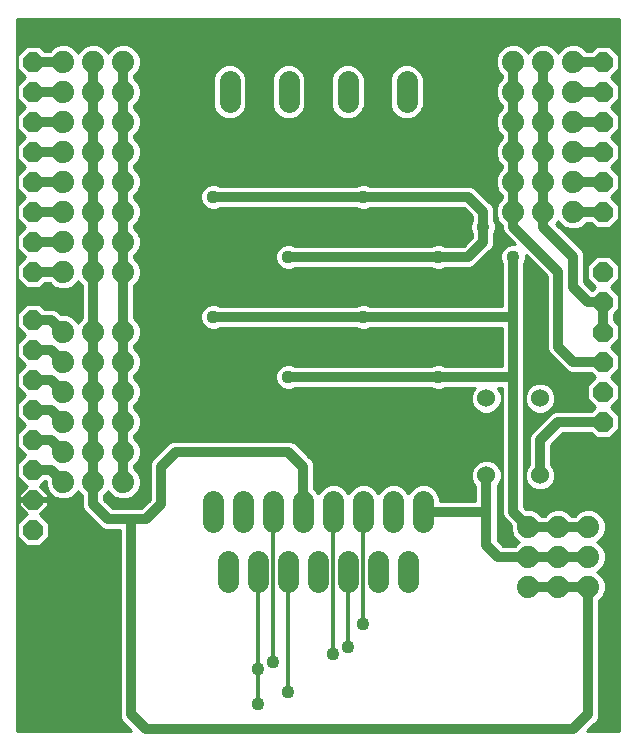
<source format=gbl>
G75*
%MOIN*%
%OFA0B0*%
%FSLAX24Y24*%
%IPPOS*%
%LPD*%
%AMOC8*
5,1,8,0,0,1.08239X$1,22.5*
%
%ADD10OC8,0.0660*%
%ADD11C,0.0709*%
%ADD12C,0.0705*%
%ADD13C,0.0740*%
%ADD14C,0.0600*%
%ADD15C,0.0100*%
%ADD16C,0.0320*%
%ADD17C,0.0436*%
%ADD18C,0.0120*%
D10*
X001150Y012100D03*
X001150Y013100D03*
X001150Y014100D03*
X001150Y015100D03*
X001150Y016100D03*
X001150Y017100D03*
X001150Y018100D03*
X001150Y019100D03*
X001150Y020700D03*
X001150Y021700D03*
X001150Y022700D03*
X001150Y023700D03*
X001150Y024700D03*
X001150Y025700D03*
X001150Y026700D03*
X001150Y027700D03*
X020150Y027700D03*
X020150Y026700D03*
X020150Y025700D03*
X020150Y024700D03*
X020150Y023700D03*
X020150Y022700D03*
X020150Y020700D03*
X020150Y019700D03*
X020150Y018700D03*
X020150Y017700D03*
X020150Y016700D03*
X020150Y015700D03*
D11*
X014150Y013054D02*
X014150Y012346D01*
X013650Y011054D02*
X013650Y010346D01*
X012650Y010346D02*
X012650Y011054D01*
X012150Y012346D02*
X012150Y013054D01*
X013150Y013054D02*
X013150Y012346D01*
X011650Y011054D02*
X011650Y010346D01*
X010650Y010346D02*
X010650Y011054D01*
X010150Y012346D02*
X010150Y013054D01*
X009150Y013054D02*
X009150Y012346D01*
X008650Y011054D02*
X008650Y010346D01*
X007650Y010346D02*
X007650Y011054D01*
X007150Y012346D02*
X007150Y013054D01*
X008150Y013054D02*
X008150Y012346D01*
X009650Y011054D02*
X009650Y010346D01*
X011150Y012346D02*
X011150Y013054D01*
D12*
X011634Y026348D02*
X011634Y027053D01*
X009666Y027053D02*
X009666Y026348D01*
X007697Y026348D02*
X007697Y027053D01*
X013603Y027053D02*
X013603Y026348D01*
D13*
X017150Y026700D03*
X017150Y025700D03*
X017150Y024700D03*
X017150Y023700D03*
X017150Y022700D03*
X018150Y022700D03*
X018150Y023700D03*
X018150Y024700D03*
X018150Y025700D03*
X018150Y026700D03*
X018150Y027700D03*
X017150Y027700D03*
X019150Y027700D03*
X019150Y026700D03*
X019150Y025700D03*
X019150Y024700D03*
X019150Y023700D03*
X019150Y022700D03*
X018650Y012200D03*
X018650Y011200D03*
X018650Y010200D03*
X019650Y010200D03*
X019650Y011200D03*
X019650Y012200D03*
X017650Y012200D03*
X017650Y011200D03*
X017650Y010200D03*
X004150Y013700D03*
X004150Y014700D03*
X004150Y015700D03*
X004150Y016700D03*
X004150Y017700D03*
X004150Y018700D03*
X003150Y018700D03*
X003150Y017700D03*
X003150Y016700D03*
X003150Y015700D03*
X003150Y014700D03*
X003150Y013700D03*
X002150Y013700D03*
X002150Y014700D03*
X002150Y015700D03*
X002150Y016700D03*
X002150Y017700D03*
X002150Y018700D03*
X002150Y020700D03*
X002150Y021700D03*
X002150Y022700D03*
X002150Y023700D03*
X002150Y024700D03*
X002150Y025700D03*
X002150Y026700D03*
X002150Y027700D03*
X003150Y027700D03*
X003150Y026700D03*
X003150Y025700D03*
X003150Y024700D03*
X003150Y023700D03*
X003150Y022700D03*
X003150Y021700D03*
X003150Y020700D03*
X004150Y020700D03*
X004150Y021700D03*
X004150Y022700D03*
X004150Y023700D03*
X004150Y024700D03*
X004150Y025700D03*
X004150Y026700D03*
X004150Y027700D03*
D14*
X016260Y016480D03*
X018040Y016480D03*
X018040Y013920D03*
X016260Y013920D03*
D15*
X000600Y005400D02*
X000600Y029120D01*
X020692Y029120D01*
X020692Y005400D01*
X019623Y005400D01*
X019860Y005636D01*
X019964Y005740D01*
X020020Y005876D01*
X020020Y009750D01*
X020142Y009871D01*
X020230Y010085D01*
X020230Y010315D01*
X020142Y010529D01*
X019979Y010692D01*
X019959Y010700D01*
X019979Y010708D01*
X020142Y010871D01*
X020230Y011085D01*
X020230Y011315D01*
X020142Y011529D01*
X019979Y011692D01*
X019959Y011700D01*
X019979Y011708D01*
X020142Y011871D01*
X020230Y012085D01*
X020230Y012315D01*
X020142Y012529D01*
X019979Y012692D01*
X019765Y012780D01*
X019535Y012780D01*
X019321Y012692D01*
X019200Y012570D01*
X019100Y012570D01*
X018979Y012692D01*
X018765Y012780D01*
X018535Y012780D01*
X018321Y012692D01*
X018200Y012570D01*
X018100Y012570D01*
X017979Y012692D01*
X017765Y012780D01*
X017593Y012780D01*
X017520Y012853D01*
X017520Y020975D01*
X017578Y021115D01*
X017578Y021249D01*
X018280Y020547D01*
X018280Y018126D01*
X018336Y017990D01*
X018836Y017490D01*
X018940Y017386D01*
X019076Y017330D01*
X019756Y017330D01*
X019886Y017200D01*
X019610Y016924D01*
X019610Y016476D01*
X019886Y016200D01*
X019756Y016070D01*
X018576Y016070D01*
X018440Y016014D01*
X018336Y015910D01*
X018336Y015910D01*
X017726Y015300D01*
X017670Y015164D01*
X017670Y014271D01*
X017608Y014209D01*
X017530Y014021D01*
X017530Y013819D01*
X017608Y013631D01*
X017751Y013488D01*
X017939Y013410D01*
X018141Y013410D01*
X018329Y013488D01*
X018472Y013631D01*
X018550Y013819D01*
X018550Y014021D01*
X018472Y014209D01*
X018410Y014271D01*
X018410Y014937D01*
X018803Y015330D01*
X019756Y015330D01*
X019926Y015160D01*
X020374Y015160D01*
X020690Y015476D01*
X020690Y015924D01*
X020414Y016200D01*
X020690Y016476D01*
X020690Y016924D01*
X020414Y017200D01*
X020690Y017476D01*
X020690Y017924D01*
X020414Y018200D01*
X020690Y018476D01*
X020690Y018924D01*
X020520Y019094D01*
X020520Y019306D01*
X020690Y019476D01*
X020690Y019924D01*
X020414Y020200D01*
X020690Y020476D01*
X020690Y020924D01*
X020374Y021240D01*
X019926Y021240D01*
X019610Y020924D01*
X019610Y020476D01*
X019886Y020200D01*
X019780Y020093D01*
X019520Y020353D01*
X019520Y021274D01*
X019464Y021410D01*
X018572Y022302D01*
X018728Y022302D01*
X018658Y022371D02*
X018821Y022208D01*
X019035Y022120D01*
X019265Y022120D01*
X019479Y022208D01*
X019600Y022330D01*
X019756Y022330D01*
X019926Y022160D01*
X020374Y022160D01*
X020690Y022476D01*
X020690Y022924D01*
X020414Y023200D01*
X020690Y023476D01*
X020690Y023924D01*
X020414Y024200D01*
X020690Y024476D01*
X020690Y024924D01*
X020414Y025200D01*
X020690Y025476D01*
X020690Y025924D01*
X020414Y026200D01*
X020690Y026476D01*
X020690Y026924D01*
X020414Y027200D01*
X020690Y027476D01*
X020690Y027924D01*
X020374Y028240D01*
X019926Y028240D01*
X019756Y028070D01*
X019600Y028070D01*
X019479Y028192D01*
X019265Y028280D01*
X019035Y028280D01*
X018821Y028192D01*
X018658Y028029D01*
X018650Y028009D01*
X018642Y028029D01*
X018479Y028192D01*
X018265Y028280D01*
X018035Y028280D01*
X017821Y028192D01*
X017658Y028029D01*
X017650Y028009D01*
X017642Y028029D01*
X017479Y028192D01*
X017265Y028280D01*
X017035Y028280D01*
X016821Y028192D01*
X016658Y028029D01*
X016570Y027815D01*
X016570Y027585D01*
X016658Y027371D01*
X016780Y027250D01*
X016780Y027150D01*
X016658Y027029D01*
X016570Y026815D01*
X016570Y026585D01*
X016658Y026371D01*
X016780Y026250D01*
X016780Y026150D01*
X016658Y026029D01*
X016570Y025815D01*
X016570Y025585D01*
X016658Y025371D01*
X016780Y025250D01*
X016780Y025150D01*
X016658Y025029D01*
X016570Y024815D01*
X016570Y024585D01*
X016658Y024371D01*
X016780Y024250D01*
X016780Y024150D01*
X016658Y024029D01*
X016570Y023815D01*
X016570Y023585D01*
X016658Y023371D01*
X016780Y023250D01*
X016780Y023150D01*
X016658Y023029D01*
X016570Y022815D01*
X016570Y022585D01*
X016658Y022371D01*
X016780Y022250D01*
X016780Y022126D01*
X016836Y021990D01*
X017199Y021628D01*
X017065Y021628D01*
X016908Y021563D01*
X016787Y021442D01*
X016722Y021285D01*
X016722Y021115D01*
X016780Y020975D01*
X016780Y019570D01*
X012375Y019570D01*
X012235Y019628D01*
X012065Y019628D01*
X011925Y019570D01*
X007375Y019570D01*
X007235Y019628D01*
X007065Y019628D01*
X006908Y019563D01*
X006787Y019442D01*
X006722Y019285D01*
X006722Y019115D01*
X006787Y018958D01*
X006908Y018837D01*
X007065Y018772D01*
X007235Y018772D01*
X007375Y018830D01*
X011925Y018830D01*
X012065Y018772D01*
X012235Y018772D01*
X012375Y018830D01*
X016780Y018830D01*
X016780Y017570D01*
X014875Y017570D01*
X014735Y017628D01*
X014565Y017628D01*
X014425Y017570D01*
X009875Y017570D01*
X009735Y017628D01*
X009565Y017628D01*
X009408Y017563D01*
X009287Y017442D01*
X009222Y017285D01*
X009222Y017115D01*
X009287Y016958D01*
X009408Y016837D01*
X009565Y016772D01*
X009735Y016772D01*
X009875Y016830D01*
X014425Y016830D01*
X014565Y016772D01*
X014735Y016772D01*
X014875Y016830D01*
X015889Y016830D01*
X015828Y016769D01*
X015750Y016581D01*
X015750Y016379D01*
X015828Y016191D01*
X015971Y016048D01*
X016159Y015970D01*
X016361Y015970D01*
X016549Y016048D01*
X016692Y016191D01*
X016770Y016379D01*
X016770Y016581D01*
X016692Y016769D01*
X016631Y016830D01*
X016780Y016830D01*
X016780Y012626D01*
X016836Y012490D01*
X017070Y012257D01*
X017070Y012085D01*
X017158Y011871D01*
X017321Y011708D01*
X017341Y011700D01*
X017321Y011692D01*
X017200Y011570D01*
X016803Y011570D01*
X016630Y011743D01*
X016630Y013569D01*
X016692Y013631D01*
X016770Y013819D01*
X016770Y014021D01*
X016692Y014209D01*
X016549Y014352D01*
X016361Y014430D01*
X016159Y014430D01*
X015971Y014352D01*
X015828Y014209D01*
X015750Y014021D01*
X015750Y013819D01*
X015828Y013631D01*
X015890Y013569D01*
X015890Y013070D01*
X014714Y013070D01*
X014714Y013167D01*
X014628Y013374D01*
X014470Y013533D01*
X014262Y013619D01*
X014038Y013619D01*
X013830Y013533D01*
X013672Y013374D01*
X013650Y013322D01*
X013628Y013374D01*
X013470Y013533D01*
X013262Y013619D01*
X013038Y013619D01*
X012830Y013533D01*
X012672Y013374D01*
X012650Y013322D01*
X012628Y013374D01*
X012470Y013533D01*
X012262Y013619D01*
X012038Y013619D01*
X011830Y013533D01*
X011672Y013374D01*
X011650Y013322D01*
X011628Y013374D01*
X011470Y013533D01*
X011262Y013619D01*
X011038Y013619D01*
X010830Y013533D01*
X010672Y013374D01*
X010650Y013322D01*
X010628Y013374D01*
X010520Y013482D01*
X010520Y014274D01*
X010464Y014410D01*
X010360Y014514D01*
X009964Y014910D01*
X009860Y015014D01*
X009724Y015070D01*
X005826Y015070D01*
X005690Y015014D01*
X005190Y014514D01*
X005086Y014410D01*
X005030Y014274D01*
X005030Y013103D01*
X004747Y012820D01*
X003803Y012820D01*
X003520Y013103D01*
X003520Y013250D01*
X003642Y013371D01*
X003650Y013391D01*
X003658Y013371D01*
X003821Y013208D01*
X004035Y013120D01*
X004265Y013120D01*
X004479Y013208D01*
X004642Y013371D01*
X004730Y013585D01*
X004730Y013815D01*
X004642Y014029D01*
X004520Y014150D01*
X004520Y014250D01*
X004642Y014371D01*
X004730Y014585D01*
X004730Y014815D01*
X004642Y015029D01*
X004520Y015150D01*
X004520Y015250D01*
X004642Y015371D01*
X004730Y015585D01*
X004730Y015815D01*
X004642Y016029D01*
X004520Y016150D01*
X004520Y016250D01*
X004642Y016371D01*
X004730Y016585D01*
X004730Y016815D01*
X004642Y017029D01*
X004520Y017150D01*
X004520Y017250D01*
X004642Y017371D01*
X004730Y017585D01*
X004730Y017815D01*
X004642Y018029D01*
X004520Y018150D01*
X004520Y018250D01*
X004642Y018371D01*
X004730Y018585D01*
X004730Y018815D01*
X004642Y019029D01*
X004520Y019150D01*
X004520Y020250D01*
X004642Y020371D01*
X004730Y020585D01*
X004730Y020815D01*
X004642Y021029D01*
X004520Y021150D01*
X004520Y021250D01*
X004642Y021371D01*
X004730Y021585D01*
X004730Y021815D01*
X004642Y022029D01*
X004520Y022150D01*
X004520Y022250D01*
X004642Y022371D01*
X004730Y022585D01*
X004730Y022815D01*
X004642Y023029D01*
X004520Y023150D01*
X004520Y023250D01*
X004642Y023371D01*
X004730Y023585D01*
X004730Y023815D01*
X004642Y024029D01*
X004520Y024150D01*
X004520Y024250D01*
X004642Y024371D01*
X004730Y024585D01*
X004730Y024815D01*
X004642Y025029D01*
X004520Y025150D01*
X004520Y025250D01*
X004642Y025371D01*
X004730Y025585D01*
X004730Y025815D01*
X004642Y026029D01*
X004520Y026150D01*
X004520Y026250D01*
X004642Y026371D01*
X004730Y026585D01*
X004730Y026815D01*
X004642Y027029D01*
X004520Y027150D01*
X004520Y027250D01*
X004642Y027371D01*
X004730Y027585D01*
X004730Y027815D01*
X004642Y028029D01*
X004479Y028192D01*
X004265Y028280D01*
X004035Y028280D01*
X003821Y028192D01*
X003658Y028029D01*
X003650Y028009D01*
X003642Y028029D01*
X003479Y028192D01*
X003265Y028280D01*
X003035Y028280D01*
X002821Y028192D01*
X002658Y028029D01*
X002650Y028009D01*
X002642Y028029D01*
X002479Y028192D01*
X002265Y028280D01*
X002035Y028280D01*
X001821Y028192D01*
X001700Y028070D01*
X001544Y028070D01*
X001374Y028240D01*
X000926Y028240D01*
X000610Y027924D01*
X000610Y027476D01*
X000886Y027200D01*
X000610Y026924D01*
X000610Y026476D01*
X000886Y026200D01*
X000610Y025924D01*
X000610Y025476D01*
X000886Y025200D01*
X000610Y024924D01*
X000610Y024476D01*
X000886Y024200D01*
X000610Y023924D01*
X000610Y023476D01*
X000886Y023200D01*
X000610Y022924D01*
X000610Y022476D01*
X000886Y022200D01*
X000610Y021924D01*
X000610Y021476D01*
X000886Y021200D01*
X000610Y020924D01*
X000610Y020476D01*
X000926Y020160D01*
X001374Y020160D01*
X001544Y020330D01*
X001700Y020330D01*
X001821Y020208D01*
X002035Y020120D01*
X002265Y020120D01*
X002479Y020208D01*
X002642Y020371D01*
X002650Y020391D01*
X002658Y020371D01*
X002780Y020250D01*
X002780Y019150D01*
X002658Y019029D01*
X002650Y019009D01*
X002642Y019029D01*
X002479Y019192D01*
X002265Y019280D01*
X002093Y019280D01*
X001960Y019414D01*
X001824Y019470D01*
X001544Y019470D01*
X001374Y019640D01*
X000926Y019640D01*
X000610Y019324D01*
X000610Y018876D01*
X000886Y018600D01*
X000610Y018324D01*
X000610Y017876D01*
X000886Y017600D01*
X000610Y017324D01*
X000610Y016876D01*
X000886Y016600D01*
X000610Y016324D01*
X000610Y015876D01*
X000886Y015600D01*
X000610Y015324D01*
X000610Y014876D01*
X000886Y014600D01*
X000610Y014324D01*
X000610Y013876D01*
X000926Y013560D01*
X000931Y013560D01*
X000670Y013299D01*
X000670Y013148D01*
X001102Y013148D01*
X001102Y013052D01*
X000670Y013052D01*
X000670Y012901D01*
X000931Y012640D01*
X000926Y012640D01*
X000610Y012324D01*
X000610Y011876D01*
X000926Y011560D01*
X001374Y011560D01*
X001690Y011876D01*
X001690Y012324D01*
X001374Y012640D01*
X001369Y012640D01*
X001630Y012901D01*
X001630Y013052D01*
X001198Y013052D01*
X001198Y013148D01*
X001630Y013148D01*
X001630Y013299D01*
X001369Y013560D01*
X001374Y013560D01*
X001544Y013730D01*
X001570Y013730D01*
X001570Y013585D01*
X001658Y013371D01*
X001821Y013208D01*
X002035Y013120D01*
X002265Y013120D01*
X002479Y013208D01*
X002642Y013371D01*
X002650Y013391D01*
X002658Y013371D01*
X002780Y013250D01*
X002780Y012876D01*
X002836Y012740D01*
X003336Y012240D01*
X003440Y012136D01*
X003576Y012080D01*
X004030Y012080D01*
X004030Y005876D01*
X004086Y005740D01*
X004190Y005636D01*
X004190Y005636D01*
X004427Y005400D01*
X000600Y005400D01*
X000600Y005458D02*
X004369Y005458D01*
X004270Y005557D02*
X000600Y005557D01*
X000600Y005655D02*
X004172Y005655D01*
X004081Y005754D02*
X000600Y005754D01*
X000600Y005852D02*
X004040Y005852D01*
X004030Y005951D02*
X000600Y005951D01*
X000600Y006049D02*
X004030Y006049D01*
X004030Y006148D02*
X000600Y006148D01*
X000600Y006246D02*
X004030Y006246D01*
X004030Y006345D02*
X000600Y006345D01*
X000600Y006443D02*
X004030Y006443D01*
X004030Y006542D02*
X000600Y006542D01*
X000600Y006640D02*
X004030Y006640D01*
X004030Y006739D02*
X000600Y006739D01*
X000600Y006837D02*
X004030Y006837D01*
X004030Y006936D02*
X000600Y006936D01*
X000600Y007034D02*
X004030Y007034D01*
X004030Y007133D02*
X000600Y007133D01*
X000600Y007231D02*
X004030Y007231D01*
X004030Y007330D02*
X000600Y007330D01*
X000600Y007428D02*
X004030Y007428D01*
X004030Y007527D02*
X000600Y007527D01*
X000600Y007625D02*
X004030Y007625D01*
X004030Y007724D02*
X000600Y007724D01*
X000600Y007822D02*
X004030Y007822D01*
X004030Y007921D02*
X000600Y007921D01*
X000600Y008019D02*
X004030Y008019D01*
X004030Y008118D02*
X000600Y008118D01*
X000600Y008216D02*
X004030Y008216D01*
X004030Y008315D02*
X000600Y008315D01*
X000600Y008413D02*
X004030Y008413D01*
X004030Y008512D02*
X000600Y008512D01*
X000600Y008610D02*
X004030Y008610D01*
X004030Y008709D02*
X000600Y008709D01*
X000600Y008807D02*
X004030Y008807D01*
X004030Y008906D02*
X000600Y008906D01*
X000600Y009004D02*
X004030Y009004D01*
X004030Y009103D02*
X000600Y009103D01*
X000600Y009201D02*
X004030Y009201D01*
X004030Y009300D02*
X000600Y009300D01*
X000600Y009398D02*
X004030Y009398D01*
X004030Y009497D02*
X000600Y009497D01*
X000600Y009595D02*
X004030Y009595D01*
X004030Y009694D02*
X000600Y009694D01*
X000600Y009792D02*
X004030Y009792D01*
X004030Y009891D02*
X000600Y009891D01*
X000600Y009989D02*
X004030Y009989D01*
X004030Y010088D02*
X000600Y010088D01*
X000600Y010186D02*
X004030Y010186D01*
X004030Y010285D02*
X000600Y010285D01*
X000600Y010383D02*
X004030Y010383D01*
X004030Y010482D02*
X000600Y010482D01*
X000600Y010580D02*
X004030Y010580D01*
X004030Y010679D02*
X000600Y010679D01*
X000600Y010777D02*
X004030Y010777D01*
X004030Y010876D02*
X000600Y010876D01*
X000600Y010974D02*
X004030Y010974D01*
X004030Y011073D02*
X000600Y011073D01*
X000600Y011171D02*
X004030Y011171D01*
X004030Y011270D02*
X000600Y011270D01*
X000600Y011368D02*
X004030Y011368D01*
X004030Y011467D02*
X000600Y011467D01*
X000600Y011565D02*
X000921Y011565D01*
X000823Y011664D02*
X000600Y011664D01*
X000600Y011762D02*
X000724Y011762D01*
X000626Y011861D02*
X000600Y011861D01*
X000600Y011959D02*
X000610Y011959D01*
X000600Y012058D02*
X000610Y012058D01*
X000600Y012156D02*
X000610Y012156D01*
X000600Y012255D02*
X000610Y012255D01*
X000600Y012353D02*
X000639Y012353D01*
X000600Y012452D02*
X000738Y012452D01*
X000836Y012550D02*
X000600Y012550D01*
X000600Y012649D02*
X000923Y012649D01*
X000824Y012747D02*
X000600Y012747D01*
X000600Y012846D02*
X000726Y012846D01*
X000670Y012944D02*
X000600Y012944D01*
X000600Y013043D02*
X000670Y013043D01*
X000600Y013141D02*
X001102Y013141D01*
X001198Y013141D02*
X001984Y013141D01*
X001790Y013240D02*
X001630Y013240D01*
X001591Y013338D02*
X001692Y013338D01*
X001631Y013437D02*
X001492Y013437D01*
X001394Y013535D02*
X001591Y013535D01*
X001570Y013634D02*
X001447Y013634D01*
X000906Y013535D02*
X000600Y013535D01*
X000600Y013437D02*
X000808Y013437D01*
X000709Y013338D02*
X000600Y013338D01*
X000600Y013240D02*
X000670Y013240D01*
X000600Y013634D02*
X000853Y013634D01*
X000754Y013732D02*
X000600Y013732D01*
X000600Y013831D02*
X000656Y013831D01*
X000610Y013929D02*
X000600Y013929D01*
X000600Y014028D02*
X000610Y014028D01*
X000600Y014126D02*
X000610Y014126D01*
X000600Y014225D02*
X000610Y014225D01*
X000600Y014323D02*
X000610Y014323D01*
X000600Y014422D02*
X000708Y014422D01*
X000806Y014520D02*
X000600Y014520D01*
X000600Y014619D02*
X000868Y014619D01*
X000769Y014717D02*
X000600Y014717D01*
X000600Y014816D02*
X000671Y014816D01*
X000610Y014914D02*
X000600Y014914D01*
X000600Y015013D02*
X000610Y015013D01*
X000600Y015111D02*
X000610Y015111D01*
X000600Y015210D02*
X000610Y015210D01*
X000600Y015308D02*
X000610Y015308D01*
X000600Y015407D02*
X000693Y015407D01*
X000600Y015505D02*
X000791Y015505D01*
X000883Y015604D02*
X000600Y015604D01*
X000600Y015702D02*
X000784Y015702D01*
X000686Y015801D02*
X000600Y015801D01*
X000600Y015899D02*
X000610Y015899D01*
X000600Y015998D02*
X000610Y015998D01*
X000600Y016096D02*
X000610Y016096D01*
X000600Y016195D02*
X000610Y016195D01*
X000600Y016293D02*
X000610Y016293D01*
X000600Y016392D02*
X000678Y016392D01*
X000600Y016490D02*
X000776Y016490D01*
X000875Y016589D02*
X000600Y016589D01*
X000600Y016687D02*
X000799Y016687D01*
X000701Y016786D02*
X000600Y016786D01*
X000600Y016884D02*
X000610Y016884D01*
X000600Y016983D02*
X000610Y016983D01*
X000600Y017081D02*
X000610Y017081D01*
X000600Y017180D02*
X000610Y017180D01*
X000600Y017278D02*
X000610Y017278D01*
X000600Y017377D02*
X000663Y017377D01*
X000600Y017475D02*
X000761Y017475D01*
X000860Y017574D02*
X000600Y017574D01*
X000600Y017672D02*
X000814Y017672D01*
X000716Y017771D02*
X000600Y017771D01*
X000600Y017869D02*
X000617Y017869D01*
X000610Y017968D02*
X000600Y017968D01*
X000600Y018066D02*
X000610Y018066D01*
X000600Y018165D02*
X000610Y018165D01*
X000600Y018263D02*
X000610Y018263D01*
X000600Y018362D02*
X000648Y018362D01*
X000600Y018460D02*
X000746Y018460D01*
X000845Y018559D02*
X000600Y018559D01*
X000600Y018657D02*
X000829Y018657D01*
X000731Y018756D02*
X000600Y018756D01*
X000600Y018854D02*
X000632Y018854D01*
X000610Y018953D02*
X000600Y018953D01*
X000600Y019051D02*
X000610Y019051D01*
X000600Y019150D02*
X000610Y019150D01*
X000600Y019248D02*
X000610Y019248D01*
X000600Y019347D02*
X000633Y019347D01*
X000600Y019445D02*
X000731Y019445D01*
X000830Y019544D02*
X000600Y019544D01*
X000600Y019642D02*
X002780Y019642D01*
X002780Y019544D02*
X001470Y019544D01*
X001884Y019445D02*
X002780Y019445D01*
X002780Y019347D02*
X002027Y019347D01*
X002343Y019248D02*
X002780Y019248D01*
X002779Y019150D02*
X002521Y019150D01*
X002619Y019051D02*
X002681Y019051D01*
X002780Y019741D02*
X000600Y019741D01*
X000600Y019839D02*
X002780Y019839D01*
X002780Y019938D02*
X000600Y019938D01*
X000600Y020036D02*
X002780Y020036D01*
X002780Y020135D02*
X002300Y020135D01*
X002503Y020233D02*
X002780Y020233D01*
X002698Y020332D02*
X002602Y020332D01*
X002000Y020135D02*
X000600Y020135D01*
X000600Y020233D02*
X000853Y020233D01*
X000755Y020332D02*
X000600Y020332D01*
X000600Y020430D02*
X000656Y020430D01*
X000610Y020529D02*
X000600Y020529D01*
X000600Y020627D02*
X000610Y020627D01*
X000600Y020726D02*
X000610Y020726D01*
X000600Y020824D02*
X000610Y020824D01*
X000600Y020923D02*
X000610Y020923D01*
X000600Y021021D02*
X000707Y021021D01*
X000806Y021120D02*
X000600Y021120D01*
X000600Y021218D02*
X000868Y021218D01*
X000770Y021317D02*
X000600Y021317D01*
X000600Y021415D02*
X000671Y021415D01*
X000610Y021514D02*
X000600Y021514D01*
X000600Y021612D02*
X000610Y021612D01*
X000600Y021711D02*
X000610Y021711D01*
X000600Y021809D02*
X000610Y021809D01*
X000600Y021908D02*
X000610Y021908D01*
X000600Y022006D02*
X000692Y022006D01*
X000600Y022105D02*
X000791Y022105D01*
X000883Y022203D02*
X000600Y022203D01*
X000600Y022302D02*
X000785Y022302D01*
X000686Y022400D02*
X000600Y022400D01*
X000600Y022499D02*
X000610Y022499D01*
X000600Y022597D02*
X000610Y022597D01*
X000600Y022696D02*
X000610Y022696D01*
X000600Y022794D02*
X000610Y022794D01*
X000600Y022893D02*
X000610Y022893D01*
X000600Y022991D02*
X000677Y022991D01*
X000600Y023090D02*
X000776Y023090D01*
X000874Y023188D02*
X000600Y023188D01*
X000600Y023287D02*
X000800Y023287D01*
X000701Y023385D02*
X000600Y023385D01*
X000600Y023484D02*
X000610Y023484D01*
X000600Y023582D02*
X000610Y023582D01*
X000600Y023681D02*
X000610Y023681D01*
X000600Y023779D02*
X000610Y023779D01*
X000600Y023878D02*
X000610Y023878D01*
X000600Y023976D02*
X000662Y023976D01*
X000600Y024075D02*
X000761Y024075D01*
X000859Y024173D02*
X000600Y024173D01*
X000600Y024272D02*
X000815Y024272D01*
X000716Y024370D02*
X000600Y024370D01*
X000600Y024469D02*
X000618Y024469D01*
X000610Y024567D02*
X000600Y024567D01*
X000600Y024666D02*
X000610Y024666D01*
X000600Y024764D02*
X000610Y024764D01*
X000600Y024863D02*
X000610Y024863D01*
X000600Y024961D02*
X000647Y024961D01*
X000600Y025060D02*
X000746Y025060D01*
X000844Y025158D02*
X000600Y025158D01*
X000600Y025257D02*
X000830Y025257D01*
X000731Y025355D02*
X000600Y025355D01*
X000600Y025454D02*
X000633Y025454D01*
X000610Y025552D02*
X000600Y025552D01*
X000600Y025651D02*
X000610Y025651D01*
X000600Y025749D02*
X000610Y025749D01*
X000600Y025848D02*
X000610Y025848D01*
X000600Y025946D02*
X000632Y025946D01*
X000600Y026045D02*
X000731Y026045D01*
X000829Y026143D02*
X000600Y026143D01*
X000600Y026242D02*
X000845Y026242D01*
X000746Y026340D02*
X000600Y026340D01*
X000600Y026439D02*
X000648Y026439D01*
X000610Y026537D02*
X000600Y026537D01*
X000600Y026636D02*
X000610Y026636D01*
X000600Y026734D02*
X000610Y026734D01*
X000600Y026833D02*
X000610Y026833D01*
X000600Y026931D02*
X000617Y026931D01*
X000600Y027030D02*
X000716Y027030D01*
X000814Y027128D02*
X000600Y027128D01*
X000600Y027227D02*
X000860Y027227D01*
X000761Y027325D02*
X000600Y027325D01*
X000600Y027424D02*
X000663Y027424D01*
X000610Y027522D02*
X000600Y027522D01*
X000600Y027621D02*
X000610Y027621D01*
X000600Y027719D02*
X000610Y027719D01*
X000600Y027818D02*
X000610Y027818D01*
X000600Y027916D02*
X000610Y027916D01*
X000600Y028015D02*
X000701Y028015D01*
X000799Y028113D02*
X000600Y028113D01*
X000600Y028212D02*
X000898Y028212D01*
X000600Y028310D02*
X020692Y028310D01*
X020692Y028212D02*
X020402Y028212D01*
X020501Y028113D02*
X020692Y028113D01*
X020692Y028015D02*
X020599Y028015D01*
X020690Y027916D02*
X020692Y027916D01*
X020690Y027818D02*
X020692Y027818D01*
X020690Y027719D02*
X020692Y027719D01*
X020690Y027621D02*
X020692Y027621D01*
X020690Y027522D02*
X020692Y027522D01*
X020692Y027424D02*
X020637Y027424D01*
X020692Y027325D02*
X020539Y027325D01*
X020440Y027227D02*
X020692Y027227D01*
X020692Y027128D02*
X020486Y027128D01*
X020584Y027030D02*
X020692Y027030D01*
X020683Y026931D02*
X020692Y026931D01*
X020690Y026833D02*
X020692Y026833D01*
X020690Y026734D02*
X020692Y026734D01*
X020690Y026636D02*
X020692Y026636D01*
X020690Y026537D02*
X020692Y026537D01*
X020692Y026439D02*
X020652Y026439D01*
X020692Y026340D02*
X020554Y026340D01*
X020455Y026242D02*
X020692Y026242D01*
X020692Y026143D02*
X020471Y026143D01*
X020569Y026045D02*
X020692Y026045D01*
X020692Y025946D02*
X020668Y025946D01*
X020690Y025848D02*
X020692Y025848D01*
X020690Y025749D02*
X020692Y025749D01*
X020690Y025651D02*
X020692Y025651D01*
X020690Y025552D02*
X020692Y025552D01*
X020692Y025454D02*
X020667Y025454D01*
X020692Y025355D02*
X020569Y025355D01*
X020470Y025257D02*
X020692Y025257D01*
X020692Y025158D02*
X020456Y025158D01*
X020554Y025060D02*
X020692Y025060D01*
X020692Y024961D02*
X020653Y024961D01*
X020690Y024863D02*
X020692Y024863D01*
X020690Y024764D02*
X020692Y024764D01*
X020690Y024666D02*
X020692Y024666D01*
X020690Y024567D02*
X020692Y024567D01*
X020682Y024469D02*
X020692Y024469D01*
X020692Y024370D02*
X020584Y024370D01*
X020485Y024272D02*
X020692Y024272D01*
X020692Y024173D02*
X020441Y024173D01*
X020539Y024075D02*
X020692Y024075D01*
X020692Y023976D02*
X020638Y023976D01*
X020690Y023878D02*
X020692Y023878D01*
X020690Y023779D02*
X020692Y023779D01*
X020690Y023681D02*
X020692Y023681D01*
X020690Y023582D02*
X020692Y023582D01*
X020690Y023484D02*
X020692Y023484D01*
X020692Y023385D02*
X020599Y023385D01*
X020692Y023287D02*
X020500Y023287D01*
X020426Y023188D02*
X020692Y023188D01*
X020692Y023090D02*
X020524Y023090D01*
X020623Y022991D02*
X020692Y022991D01*
X020690Y022893D02*
X020692Y022893D01*
X020690Y022794D02*
X020692Y022794D01*
X020690Y022696D02*
X020692Y022696D01*
X020690Y022597D02*
X020692Y022597D01*
X020690Y022499D02*
X020692Y022499D01*
X020692Y022400D02*
X020614Y022400D01*
X020692Y022302D02*
X020515Y022302D01*
X020417Y022203D02*
X020692Y022203D01*
X020692Y022105D02*
X018769Y022105D01*
X018834Y022203D02*
X018670Y022203D01*
X018572Y022302D02*
X018642Y022371D01*
X018650Y022391D01*
X018658Y022371D01*
X018867Y022006D02*
X020692Y022006D01*
X020692Y021908D02*
X018966Y021908D01*
X019064Y021809D02*
X020692Y021809D01*
X020692Y021711D02*
X019163Y021711D01*
X019261Y021612D02*
X020692Y021612D01*
X020692Y021514D02*
X019360Y021514D01*
X019458Y021415D02*
X020692Y021415D01*
X020692Y021317D02*
X019502Y021317D01*
X019520Y021218D02*
X019904Y021218D01*
X019806Y021120D02*
X019520Y021120D01*
X019520Y021021D02*
X019707Y021021D01*
X019610Y020923D02*
X019520Y020923D01*
X019520Y020824D02*
X019610Y020824D01*
X019610Y020726D02*
X019520Y020726D01*
X019520Y020627D02*
X019610Y020627D01*
X019610Y020529D02*
X019520Y020529D01*
X019520Y020430D02*
X019656Y020430D01*
X019755Y020332D02*
X019542Y020332D01*
X019640Y020233D02*
X019853Y020233D01*
X019821Y020135D02*
X019739Y020135D01*
X020447Y020233D02*
X020692Y020233D01*
X020692Y020135D02*
X020479Y020135D01*
X020578Y020036D02*
X020692Y020036D01*
X020692Y019938D02*
X020676Y019938D01*
X020690Y019839D02*
X020692Y019839D01*
X020690Y019741D02*
X020692Y019741D01*
X020690Y019642D02*
X020692Y019642D01*
X020690Y019544D02*
X020692Y019544D01*
X020692Y019445D02*
X020659Y019445D01*
X020692Y019347D02*
X020560Y019347D01*
X020520Y019248D02*
X020692Y019248D01*
X020692Y019150D02*
X020520Y019150D01*
X020563Y019051D02*
X020692Y019051D01*
X020692Y018953D02*
X020661Y018953D01*
X020690Y018854D02*
X020692Y018854D01*
X020690Y018756D02*
X020692Y018756D01*
X020690Y018657D02*
X020692Y018657D01*
X020690Y018559D02*
X020692Y018559D01*
X020692Y018460D02*
X020674Y018460D01*
X020692Y018362D02*
X020575Y018362D01*
X020477Y018263D02*
X020692Y018263D01*
X020692Y018165D02*
X020449Y018165D01*
X020548Y018066D02*
X020692Y018066D01*
X020692Y017968D02*
X020646Y017968D01*
X020690Y017869D02*
X020692Y017869D01*
X020690Y017771D02*
X020692Y017771D01*
X020690Y017672D02*
X020692Y017672D01*
X020690Y017574D02*
X020692Y017574D01*
X020689Y017475D02*
X020692Y017475D01*
X020692Y017377D02*
X020590Y017377D01*
X020492Y017278D02*
X020692Y017278D01*
X020692Y017180D02*
X020434Y017180D01*
X020533Y017081D02*
X020692Y017081D01*
X020692Y016983D02*
X020631Y016983D01*
X020690Y016884D02*
X020692Y016884D01*
X020690Y016786D02*
X020692Y016786D01*
X020690Y016687D02*
X020692Y016687D01*
X020690Y016589D02*
X020692Y016589D01*
X020690Y016490D02*
X020692Y016490D01*
X020692Y016392D02*
X020605Y016392D01*
X020692Y016293D02*
X020507Y016293D01*
X020419Y016195D02*
X020692Y016195D01*
X020692Y016096D02*
X020518Y016096D01*
X020616Y015998D02*
X020692Y015998D01*
X020690Y015899D02*
X020692Y015899D01*
X020690Y015801D02*
X020692Y015801D01*
X020690Y015702D02*
X020692Y015702D01*
X020690Y015604D02*
X020692Y015604D01*
X020690Y015505D02*
X020692Y015505D01*
X020692Y015407D02*
X020620Y015407D01*
X020692Y015308D02*
X020522Y015308D01*
X020423Y015210D02*
X020692Y015210D01*
X020692Y015111D02*
X018584Y015111D01*
X018486Y015013D02*
X020692Y015013D01*
X020692Y014914D02*
X018410Y014914D01*
X018410Y014816D02*
X020692Y014816D01*
X020692Y014717D02*
X018410Y014717D01*
X018410Y014619D02*
X020692Y014619D01*
X020692Y014520D02*
X018410Y014520D01*
X018410Y014422D02*
X020692Y014422D01*
X020692Y014323D02*
X018410Y014323D01*
X018457Y014225D02*
X020692Y014225D01*
X020692Y014126D02*
X018507Y014126D01*
X018547Y014028D02*
X020692Y014028D01*
X020692Y013929D02*
X018550Y013929D01*
X018550Y013831D02*
X020692Y013831D01*
X020692Y013732D02*
X018514Y013732D01*
X018473Y013634D02*
X020692Y013634D01*
X020692Y013535D02*
X018376Y013535D01*
X018205Y013437D02*
X020692Y013437D01*
X020692Y013338D02*
X017520Y013338D01*
X017520Y013240D02*
X020692Y013240D01*
X020692Y013141D02*
X017520Y013141D01*
X017520Y013043D02*
X020692Y013043D01*
X020692Y012944D02*
X017520Y012944D01*
X017528Y012846D02*
X020692Y012846D01*
X020692Y012747D02*
X019845Y012747D01*
X020022Y012649D02*
X020692Y012649D01*
X020692Y012550D02*
X020120Y012550D01*
X020174Y012452D02*
X020692Y012452D01*
X020692Y012353D02*
X020214Y012353D01*
X020230Y012255D02*
X020692Y012255D01*
X020692Y012156D02*
X020230Y012156D01*
X020219Y012058D02*
X020692Y012058D01*
X020692Y011959D02*
X020178Y011959D01*
X020131Y011861D02*
X020692Y011861D01*
X020692Y011762D02*
X020032Y011762D01*
X020007Y011664D02*
X020692Y011664D01*
X020692Y011565D02*
X020105Y011565D01*
X020167Y011467D02*
X020692Y011467D01*
X020692Y011368D02*
X020208Y011368D01*
X020230Y011270D02*
X020692Y011270D01*
X020692Y011171D02*
X020230Y011171D01*
X020225Y011073D02*
X020692Y011073D01*
X020692Y010974D02*
X020184Y010974D01*
X020143Y010876D02*
X020692Y010876D01*
X020692Y010777D02*
X020047Y010777D01*
X019992Y010679D02*
X020692Y010679D01*
X020692Y010580D02*
X020090Y010580D01*
X020161Y010482D02*
X020692Y010482D01*
X020692Y010383D02*
X020202Y010383D01*
X020230Y010285D02*
X020692Y010285D01*
X020692Y010186D02*
X020230Y010186D01*
X020230Y010088D02*
X020692Y010088D01*
X020692Y009989D02*
X020190Y009989D01*
X020150Y009891D02*
X020692Y009891D01*
X020692Y009792D02*
X020062Y009792D01*
X020020Y009694D02*
X020692Y009694D01*
X020692Y009595D02*
X020020Y009595D01*
X020020Y009497D02*
X020692Y009497D01*
X020692Y009398D02*
X020020Y009398D01*
X020020Y009300D02*
X020692Y009300D01*
X020692Y009201D02*
X020020Y009201D01*
X020020Y009103D02*
X020692Y009103D01*
X020692Y009004D02*
X020020Y009004D01*
X020020Y008906D02*
X020692Y008906D01*
X020692Y008807D02*
X020020Y008807D01*
X020020Y008709D02*
X020692Y008709D01*
X020692Y008610D02*
X020020Y008610D01*
X020020Y008512D02*
X020692Y008512D01*
X020692Y008413D02*
X020020Y008413D01*
X020020Y008315D02*
X020692Y008315D01*
X020692Y008216D02*
X020020Y008216D01*
X020020Y008118D02*
X020692Y008118D01*
X020692Y008019D02*
X020020Y008019D01*
X020020Y007921D02*
X020692Y007921D01*
X020692Y007822D02*
X020020Y007822D01*
X020020Y007724D02*
X020692Y007724D01*
X020692Y007625D02*
X020020Y007625D01*
X020020Y007527D02*
X020692Y007527D01*
X020692Y007428D02*
X020020Y007428D01*
X020020Y007330D02*
X020692Y007330D01*
X020692Y007231D02*
X020020Y007231D01*
X020020Y007133D02*
X020692Y007133D01*
X020692Y007034D02*
X020020Y007034D01*
X020020Y006936D02*
X020692Y006936D01*
X020692Y006837D02*
X020020Y006837D01*
X020020Y006739D02*
X020692Y006739D01*
X020692Y006640D02*
X020020Y006640D01*
X020020Y006542D02*
X020692Y006542D01*
X020692Y006443D02*
X020020Y006443D01*
X020020Y006345D02*
X020692Y006345D01*
X020692Y006246D02*
X020020Y006246D01*
X020020Y006148D02*
X020692Y006148D01*
X020692Y006049D02*
X020020Y006049D01*
X020020Y005951D02*
X020692Y005951D01*
X020692Y005852D02*
X020010Y005852D01*
X019969Y005754D02*
X020692Y005754D01*
X020692Y005655D02*
X019878Y005655D01*
X019780Y005557D02*
X020692Y005557D01*
X020692Y005458D02*
X019681Y005458D01*
X017293Y011664D02*
X016710Y011664D01*
X016630Y011762D02*
X017268Y011762D01*
X017169Y011861D02*
X016630Y011861D01*
X016630Y011959D02*
X017122Y011959D01*
X017081Y012058D02*
X016630Y012058D01*
X016630Y012156D02*
X017070Y012156D01*
X017070Y012255D02*
X016630Y012255D01*
X016630Y012353D02*
X016974Y012353D01*
X016875Y012452D02*
X016630Y012452D01*
X016630Y012550D02*
X016812Y012550D01*
X016780Y012649D02*
X016630Y012649D01*
X016630Y012747D02*
X016780Y012747D01*
X016780Y012846D02*
X016630Y012846D01*
X016630Y012944D02*
X016780Y012944D01*
X016780Y013043D02*
X016630Y013043D01*
X016630Y013141D02*
X016780Y013141D01*
X016780Y013240D02*
X016630Y013240D01*
X016630Y013338D02*
X016780Y013338D01*
X016780Y013437D02*
X016630Y013437D01*
X016630Y013535D02*
X016780Y013535D01*
X016780Y013634D02*
X016693Y013634D01*
X016734Y013732D02*
X016780Y013732D01*
X016770Y013831D02*
X016780Y013831D01*
X016770Y013929D02*
X016780Y013929D01*
X016767Y014028D02*
X016780Y014028D01*
X016780Y014126D02*
X016727Y014126D01*
X016677Y014225D02*
X016780Y014225D01*
X016780Y014323D02*
X016578Y014323D01*
X016382Y014422D02*
X016780Y014422D01*
X016780Y014520D02*
X010353Y014520D01*
X010360Y014514D02*
X010360Y014514D01*
X010452Y014422D02*
X016138Y014422D01*
X015942Y014323D02*
X010500Y014323D01*
X010520Y014225D02*
X015843Y014225D01*
X015793Y014126D02*
X010520Y014126D01*
X010520Y014028D02*
X015753Y014028D01*
X015750Y013929D02*
X010520Y013929D01*
X010520Y013831D02*
X015750Y013831D01*
X015786Y013732D02*
X010520Y013732D01*
X010520Y013634D02*
X015827Y013634D01*
X015890Y013535D02*
X014464Y013535D01*
X014566Y013437D02*
X015890Y013437D01*
X015890Y013338D02*
X014643Y013338D01*
X014684Y013240D02*
X015890Y013240D01*
X015890Y013141D02*
X014714Y013141D01*
X013836Y013535D02*
X013464Y013535D01*
X013566Y013437D02*
X013734Y013437D01*
X013657Y013338D02*
X013643Y013338D01*
X012836Y013535D02*
X012464Y013535D01*
X012566Y013437D02*
X012734Y013437D01*
X012657Y013338D02*
X012643Y013338D01*
X011836Y013535D02*
X011464Y013535D01*
X011566Y013437D02*
X011734Y013437D01*
X011657Y013338D02*
X011643Y013338D01*
X010836Y013535D02*
X010520Y013535D01*
X010566Y013437D02*
X010734Y013437D01*
X010657Y013338D02*
X010643Y013338D01*
X010255Y014619D02*
X016780Y014619D01*
X016780Y014717D02*
X010156Y014717D01*
X010058Y014816D02*
X016780Y014816D01*
X016780Y014914D02*
X009959Y014914D01*
X009964Y014910D02*
X009964Y014910D01*
X009861Y015013D02*
X016780Y015013D01*
X016780Y015111D02*
X004559Y015111D01*
X004520Y015210D02*
X016780Y015210D01*
X016780Y015308D02*
X004578Y015308D01*
X004656Y015407D02*
X016780Y015407D01*
X016780Y015505D02*
X004697Y015505D01*
X004730Y015604D02*
X016780Y015604D01*
X016780Y015702D02*
X004730Y015702D01*
X004730Y015801D02*
X016780Y015801D01*
X016780Y015899D02*
X004695Y015899D01*
X004655Y015998D02*
X016092Y015998D01*
X015923Y016096D02*
X004574Y016096D01*
X004520Y016195D02*
X015826Y016195D01*
X015785Y016293D02*
X004563Y016293D01*
X004650Y016392D02*
X015750Y016392D01*
X015750Y016490D02*
X004691Y016490D01*
X004730Y016589D02*
X015753Y016589D01*
X015794Y016687D02*
X004730Y016687D01*
X004730Y016786D02*
X009533Y016786D01*
X009361Y016884D02*
X004702Y016884D01*
X004661Y016983D02*
X009277Y016983D01*
X009236Y017081D02*
X004589Y017081D01*
X004520Y017180D02*
X009222Y017180D01*
X009222Y017278D02*
X004548Y017278D01*
X004644Y017377D02*
X009260Y017377D01*
X009320Y017475D02*
X004685Y017475D01*
X004725Y017574D02*
X009434Y017574D01*
X009866Y017574D02*
X014434Y017574D01*
X014866Y017574D02*
X016780Y017574D01*
X016780Y017672D02*
X004730Y017672D01*
X004730Y017771D02*
X016780Y017771D01*
X016780Y017869D02*
X004708Y017869D01*
X004667Y017968D02*
X016780Y017968D01*
X016780Y018066D02*
X004604Y018066D01*
X004520Y018165D02*
X016780Y018165D01*
X016780Y018263D02*
X004533Y018263D01*
X004632Y018362D02*
X016780Y018362D01*
X016780Y018460D02*
X004678Y018460D01*
X004719Y018559D02*
X016780Y018559D01*
X016780Y018657D02*
X004730Y018657D01*
X004730Y018756D02*
X016780Y018756D01*
X017520Y018756D02*
X018280Y018756D01*
X018280Y018854D02*
X017520Y018854D01*
X017520Y018953D02*
X018280Y018953D01*
X018280Y019051D02*
X017520Y019051D01*
X017520Y019150D02*
X018280Y019150D01*
X018280Y019248D02*
X017520Y019248D01*
X017520Y019347D02*
X018280Y019347D01*
X018280Y019445D02*
X017520Y019445D01*
X017520Y019544D02*
X018280Y019544D01*
X018280Y019642D02*
X017520Y019642D01*
X017520Y019741D02*
X018280Y019741D01*
X018280Y019839D02*
X017520Y019839D01*
X017520Y019938D02*
X018280Y019938D01*
X018280Y020036D02*
X017520Y020036D01*
X017520Y020135D02*
X018280Y020135D01*
X018280Y020233D02*
X017520Y020233D01*
X017520Y020332D02*
X018280Y020332D01*
X018280Y020430D02*
X017520Y020430D01*
X017520Y020529D02*
X018280Y020529D01*
X018200Y020627D02*
X017520Y020627D01*
X017520Y020726D02*
X018101Y020726D01*
X018003Y020824D02*
X017520Y020824D01*
X017520Y020923D02*
X017904Y020923D01*
X017806Y021021D02*
X017539Y021021D01*
X017578Y021120D02*
X017707Y021120D01*
X017609Y021218D02*
X017578Y021218D01*
X017116Y021711D02*
X016520Y021711D01*
X016520Y021626D02*
X016520Y021975D01*
X016578Y022115D01*
X016578Y022285D01*
X016520Y022425D01*
X016520Y022774D01*
X016464Y022910D01*
X016360Y023014D01*
X015860Y023514D01*
X015724Y023570D01*
X012375Y023570D01*
X012235Y023628D01*
X012065Y023628D01*
X011925Y023570D01*
X007375Y023570D01*
X007235Y023628D01*
X007065Y023628D01*
X006908Y023563D01*
X006787Y023442D01*
X006722Y023285D01*
X006722Y023115D01*
X006787Y022958D01*
X006908Y022837D01*
X007065Y022772D01*
X007235Y022772D01*
X007375Y022830D01*
X011925Y022830D01*
X012065Y022772D01*
X012235Y022772D01*
X012375Y022830D01*
X015497Y022830D01*
X015780Y022547D01*
X015780Y022425D01*
X015722Y022285D01*
X015722Y022115D01*
X015780Y021975D01*
X015780Y021853D01*
X015497Y021570D01*
X014875Y021570D01*
X014735Y021628D01*
X014565Y021628D01*
X014425Y021570D01*
X009875Y021570D01*
X009735Y021628D01*
X009565Y021628D01*
X009408Y021563D01*
X009287Y021442D01*
X009222Y021285D01*
X009222Y021115D01*
X009287Y020958D01*
X009408Y020837D01*
X009565Y020772D01*
X009735Y020772D01*
X009875Y020830D01*
X014425Y020830D01*
X014565Y020772D01*
X014735Y020772D01*
X014875Y020830D01*
X015724Y020830D01*
X015860Y020886D01*
X016360Y021386D01*
X016464Y021490D01*
X016520Y021626D01*
X016514Y021612D02*
X017027Y021612D01*
X016859Y021514D02*
X016473Y021514D01*
X016388Y021415D02*
X016776Y021415D01*
X016735Y021317D02*
X016290Y021317D01*
X016191Y021218D02*
X016722Y021218D01*
X016722Y021120D02*
X016093Y021120D01*
X015994Y021021D02*
X016761Y021021D01*
X016780Y020923D02*
X015896Y020923D01*
X015539Y021612D02*
X014773Y021612D01*
X014527Y021612D02*
X009773Y021612D01*
X009527Y021612D02*
X004730Y021612D01*
X004730Y021711D02*
X015637Y021711D01*
X015736Y021809D02*
X004730Y021809D01*
X004692Y021908D02*
X015780Y021908D01*
X015767Y022006D02*
X004651Y022006D01*
X004566Y022105D02*
X015726Y022105D01*
X015722Y022203D02*
X004520Y022203D01*
X004572Y022302D02*
X015729Y022302D01*
X015770Y022400D02*
X004654Y022400D01*
X004694Y022499D02*
X015780Y022499D01*
X015730Y022597D02*
X004730Y022597D01*
X004730Y022696D02*
X015631Y022696D01*
X015533Y022794D02*
X012288Y022794D01*
X012012Y022794D02*
X007288Y022794D01*
X007012Y022794D02*
X004730Y022794D01*
X004698Y022893D02*
X006852Y022893D01*
X006774Y022991D02*
X004657Y022991D01*
X004581Y023090D02*
X006733Y023090D01*
X006722Y023188D02*
X004520Y023188D01*
X004557Y023287D02*
X006723Y023287D01*
X006764Y023385D02*
X004647Y023385D01*
X004688Y023484D02*
X006829Y023484D01*
X006954Y023582D02*
X004729Y023582D01*
X004730Y023681D02*
X016570Y023681D01*
X016570Y023779D02*
X004730Y023779D01*
X004704Y023878D02*
X016596Y023878D01*
X016637Y023976D02*
X004663Y023976D01*
X004596Y024075D02*
X016704Y024075D01*
X016780Y024173D02*
X004520Y024173D01*
X004542Y024272D02*
X016758Y024272D01*
X016660Y024370D02*
X004640Y024370D01*
X004682Y024469D02*
X016618Y024469D01*
X016577Y024567D02*
X004723Y024567D01*
X004730Y024666D02*
X016570Y024666D01*
X016570Y024764D02*
X004730Y024764D01*
X004710Y024863D02*
X016590Y024863D01*
X016630Y024961D02*
X004670Y024961D01*
X004611Y025060D02*
X016689Y025060D01*
X016780Y025158D02*
X004520Y025158D01*
X004527Y025257D02*
X016773Y025257D01*
X016675Y025355D02*
X004625Y025355D01*
X004676Y025454D02*
X016624Y025454D01*
X016583Y025552D02*
X004717Y025552D01*
X004730Y025651D02*
X016570Y025651D01*
X016570Y025749D02*
X004730Y025749D01*
X004717Y025848D02*
X007434Y025848D01*
X007379Y025871D02*
X007585Y025785D01*
X007809Y025785D01*
X008016Y025871D01*
X008174Y026029D01*
X008260Y026236D01*
X008260Y027164D01*
X008174Y027371D01*
X008016Y027529D01*
X007809Y027615D01*
X007585Y027615D01*
X007379Y027529D01*
X007220Y027371D01*
X007135Y027164D01*
X007135Y026236D01*
X007220Y026029D01*
X007379Y025871D01*
X007303Y025946D02*
X004676Y025946D01*
X004626Y026045D02*
X007214Y026045D01*
X007173Y026143D02*
X004527Y026143D01*
X004520Y026242D02*
X007135Y026242D01*
X007135Y026340D02*
X004610Y026340D01*
X004669Y026439D02*
X007135Y026439D01*
X007135Y026537D02*
X004710Y026537D01*
X004730Y026636D02*
X007135Y026636D01*
X007135Y026734D02*
X004730Y026734D01*
X004723Y026833D02*
X007135Y026833D01*
X007135Y026931D02*
X004682Y026931D01*
X004641Y027030D02*
X007135Y027030D01*
X007135Y027128D02*
X004542Y027128D01*
X004520Y027227D02*
X007160Y027227D01*
X007201Y027325D02*
X004595Y027325D01*
X004663Y027424D02*
X007273Y027424D01*
X007371Y027522D02*
X004704Y027522D01*
X004730Y027621D02*
X016570Y027621D01*
X016570Y027719D02*
X004730Y027719D01*
X004729Y027818D02*
X016571Y027818D01*
X016612Y027916D02*
X004688Y027916D01*
X004647Y028015D02*
X016653Y028015D01*
X016743Y028113D02*
X004557Y028113D01*
X004431Y028212D02*
X016869Y028212D01*
X016596Y027522D02*
X013929Y027522D01*
X013921Y027529D02*
X013715Y027615D01*
X013491Y027615D01*
X013284Y027529D01*
X013126Y027371D01*
X013040Y027164D01*
X013040Y026236D01*
X013126Y026029D01*
X013284Y025871D01*
X013491Y025785D01*
X013715Y025785D01*
X013921Y025871D01*
X014080Y026029D01*
X014165Y026236D01*
X014165Y027164D01*
X014080Y027371D01*
X013921Y027529D01*
X014027Y027424D02*
X016637Y027424D01*
X016705Y027325D02*
X014099Y027325D01*
X014140Y027227D02*
X016780Y027227D01*
X016758Y027128D02*
X014165Y027128D01*
X014165Y027030D02*
X016659Y027030D01*
X016618Y026931D02*
X014165Y026931D01*
X014165Y026833D02*
X016577Y026833D01*
X016570Y026734D02*
X014165Y026734D01*
X014165Y026636D02*
X016570Y026636D01*
X016590Y026537D02*
X014165Y026537D01*
X014165Y026439D02*
X016631Y026439D01*
X016690Y026340D02*
X014165Y026340D01*
X014165Y026242D02*
X016780Y026242D01*
X016773Y026143D02*
X014127Y026143D01*
X014086Y026045D02*
X016674Y026045D01*
X016624Y025946D02*
X013997Y025946D01*
X013866Y025848D02*
X016583Y025848D01*
X016571Y023582D02*
X012346Y023582D01*
X011954Y023582D02*
X007346Y023582D01*
X007960Y025848D02*
X009403Y025848D01*
X009347Y025871D02*
X009554Y025785D01*
X009778Y025785D01*
X009984Y025871D01*
X010143Y026029D01*
X010228Y026236D01*
X010228Y027164D01*
X010143Y027371D01*
X009984Y027529D01*
X009778Y027615D01*
X009554Y027615D01*
X009347Y027529D01*
X009189Y027371D01*
X009103Y027164D01*
X009103Y026236D01*
X009189Y026029D01*
X009347Y025871D01*
X009272Y025946D02*
X008091Y025946D01*
X008181Y026045D02*
X009182Y026045D01*
X009142Y026143D02*
X008221Y026143D01*
X008260Y026242D02*
X009103Y026242D01*
X009103Y026340D02*
X008260Y026340D01*
X008260Y026439D02*
X009103Y026439D01*
X009103Y026537D02*
X008260Y026537D01*
X008260Y026636D02*
X009103Y026636D01*
X009103Y026734D02*
X008260Y026734D01*
X008260Y026833D02*
X009103Y026833D01*
X009103Y026931D02*
X008260Y026931D01*
X008260Y027030D02*
X009103Y027030D01*
X009103Y027128D02*
X008260Y027128D01*
X008234Y027227D02*
X009129Y027227D01*
X009170Y027325D02*
X008193Y027325D01*
X008122Y027424D02*
X009241Y027424D01*
X009340Y027522D02*
X008023Y027522D01*
X009929Y025848D02*
X011371Y025848D01*
X011316Y025871D02*
X011522Y025785D01*
X011746Y025785D01*
X011953Y025871D01*
X012111Y026029D01*
X012197Y026236D01*
X012197Y027164D01*
X012111Y027371D01*
X011953Y027529D01*
X011746Y027615D01*
X011522Y027615D01*
X011316Y027529D01*
X011157Y027371D01*
X011072Y027164D01*
X011072Y026236D01*
X011157Y026029D01*
X011316Y025871D01*
X011240Y025946D02*
X010060Y025946D01*
X010149Y026045D02*
X011151Y026045D01*
X011110Y026143D02*
X010190Y026143D01*
X010228Y026242D02*
X011072Y026242D01*
X011072Y026340D02*
X010228Y026340D01*
X010228Y026439D02*
X011072Y026439D01*
X011072Y026537D02*
X010228Y026537D01*
X010228Y026636D02*
X011072Y026636D01*
X011072Y026734D02*
X010228Y026734D01*
X010228Y026833D02*
X011072Y026833D01*
X011072Y026931D02*
X010228Y026931D01*
X010228Y027030D02*
X011072Y027030D01*
X011072Y027128D02*
X010228Y027128D01*
X010202Y027227D02*
X011098Y027227D01*
X011138Y027325D02*
X010162Y027325D01*
X010090Y027424D02*
X011210Y027424D01*
X011308Y027522D02*
X009992Y027522D01*
X011897Y025848D02*
X013340Y025848D01*
X013209Y025946D02*
X012028Y025946D01*
X012118Y026045D02*
X013119Y026045D01*
X013079Y026143D02*
X012158Y026143D01*
X012197Y026242D02*
X013040Y026242D01*
X013040Y026340D02*
X012197Y026340D01*
X012197Y026439D02*
X013040Y026439D01*
X013040Y026537D02*
X012197Y026537D01*
X012197Y026636D02*
X013040Y026636D01*
X013040Y026734D02*
X012197Y026734D01*
X012197Y026833D02*
X013040Y026833D01*
X013040Y026931D02*
X012197Y026931D01*
X012197Y027030D02*
X013040Y027030D01*
X013040Y027128D02*
X012197Y027128D01*
X012171Y027227D02*
X013066Y027227D01*
X013107Y027325D02*
X012130Y027325D01*
X012059Y027424D02*
X013178Y027424D01*
X013277Y027522D02*
X011960Y027522D01*
X015890Y023484D02*
X016612Y023484D01*
X016653Y023385D02*
X015988Y023385D01*
X016087Y023287D02*
X016743Y023287D01*
X016780Y023188D02*
X016185Y023188D01*
X016284Y023090D02*
X016719Y023090D01*
X016643Y022991D02*
X016382Y022991D01*
X016471Y022893D02*
X016602Y022893D01*
X016570Y022794D02*
X016512Y022794D01*
X016520Y022696D02*
X016570Y022696D01*
X016570Y022597D02*
X016520Y022597D01*
X016520Y022499D02*
X016606Y022499D01*
X016646Y022400D02*
X016530Y022400D01*
X016571Y022302D02*
X016728Y022302D01*
X016780Y022203D02*
X016578Y022203D01*
X016574Y022105D02*
X016789Y022105D01*
X016830Y022006D02*
X016533Y022006D01*
X016520Y021908D02*
X016919Y021908D01*
X017018Y021809D02*
X016520Y021809D01*
X016780Y020824D02*
X014860Y020824D01*
X014440Y020824D02*
X009860Y020824D01*
X009440Y020824D02*
X004726Y020824D01*
X004730Y020726D02*
X016780Y020726D01*
X016780Y020627D02*
X004730Y020627D01*
X004707Y020529D02*
X016780Y020529D01*
X016780Y020430D02*
X004666Y020430D01*
X004602Y020332D02*
X016780Y020332D01*
X016780Y020233D02*
X004520Y020233D01*
X004520Y020135D02*
X016780Y020135D01*
X016780Y020036D02*
X004520Y020036D01*
X004520Y019938D02*
X016780Y019938D01*
X016780Y019839D02*
X004520Y019839D01*
X004520Y019741D02*
X016780Y019741D01*
X016780Y019642D02*
X004520Y019642D01*
X004520Y019544D02*
X006889Y019544D01*
X006790Y019445D02*
X004520Y019445D01*
X004520Y019347D02*
X006748Y019347D01*
X006722Y019248D02*
X004520Y019248D01*
X004521Y019150D02*
X006722Y019150D01*
X006749Y019051D02*
X004619Y019051D01*
X004673Y018953D02*
X006792Y018953D01*
X006891Y018854D02*
X004714Y018854D01*
X004686Y020923D02*
X009322Y020923D01*
X009261Y021021D02*
X004645Y021021D01*
X004551Y021120D02*
X009222Y021120D01*
X009222Y021218D02*
X004520Y021218D01*
X004587Y021317D02*
X009235Y021317D01*
X009276Y021415D02*
X004660Y021415D01*
X004701Y021514D02*
X009359Y021514D01*
X009767Y016786D02*
X014533Y016786D01*
X014767Y016786D02*
X015844Y016786D01*
X016428Y015998D02*
X016780Y015998D01*
X016780Y016096D02*
X016597Y016096D01*
X016694Y016195D02*
X016780Y016195D01*
X016780Y016293D02*
X016735Y016293D01*
X016770Y016392D02*
X016780Y016392D01*
X016770Y016490D02*
X016780Y016490D01*
X016767Y016589D02*
X016780Y016589D01*
X016780Y016687D02*
X016726Y016687D01*
X016676Y016786D02*
X016780Y016786D01*
X017520Y016786D02*
X017624Y016786D01*
X017608Y016769D02*
X017530Y016581D01*
X017530Y016379D01*
X017608Y016191D01*
X017751Y016048D01*
X017939Y015970D01*
X018141Y015970D01*
X018329Y016048D01*
X018472Y016191D01*
X018550Y016379D01*
X018550Y016581D01*
X018472Y016769D01*
X018329Y016912D01*
X018141Y016990D01*
X017939Y016990D01*
X017751Y016912D01*
X017608Y016769D01*
X017574Y016687D02*
X017520Y016687D01*
X017520Y016589D02*
X017533Y016589D01*
X017520Y016490D02*
X017530Y016490D01*
X017520Y016392D02*
X017530Y016392D01*
X017520Y016293D02*
X017565Y016293D01*
X017606Y016195D02*
X017520Y016195D01*
X017520Y016096D02*
X017703Y016096D01*
X017872Y015998D02*
X017520Y015998D01*
X017520Y015899D02*
X018326Y015899D01*
X018424Y015998D02*
X018208Y015998D01*
X018377Y016096D02*
X019782Y016096D01*
X019881Y016195D02*
X018474Y016195D01*
X018515Y016293D02*
X019793Y016293D01*
X019695Y016392D02*
X018550Y016392D01*
X018550Y016490D02*
X019610Y016490D01*
X019610Y016589D02*
X018547Y016589D01*
X018506Y016687D02*
X019610Y016687D01*
X019610Y016786D02*
X018456Y016786D01*
X018357Y016884D02*
X019610Y016884D01*
X019669Y016983D02*
X018159Y016983D01*
X017921Y016983D02*
X017520Y016983D01*
X017520Y017081D02*
X019767Y017081D01*
X019866Y017180D02*
X017520Y017180D01*
X017520Y017278D02*
X019808Y017278D01*
X018964Y017377D02*
X017520Y017377D01*
X017520Y017475D02*
X018852Y017475D01*
X018753Y017574D02*
X017520Y017574D01*
X017520Y017672D02*
X018655Y017672D01*
X018556Y017771D02*
X017520Y017771D01*
X017520Y017869D02*
X018458Y017869D01*
X018359Y017968D02*
X017520Y017968D01*
X017520Y018066D02*
X018305Y018066D01*
X018280Y018165D02*
X017520Y018165D01*
X017520Y018263D02*
X018280Y018263D01*
X018280Y018362D02*
X017520Y018362D01*
X017520Y018460D02*
X018280Y018460D01*
X018280Y018559D02*
X017520Y018559D01*
X017520Y018657D02*
X018280Y018657D01*
X017723Y016884D02*
X017520Y016884D01*
X017520Y015801D02*
X018227Y015801D01*
X018129Y015702D02*
X017520Y015702D01*
X017520Y015604D02*
X018030Y015604D01*
X017932Y015505D02*
X017520Y015505D01*
X017520Y015407D02*
X017833Y015407D01*
X017735Y015308D02*
X017520Y015308D01*
X017520Y015210D02*
X017689Y015210D01*
X017670Y015111D02*
X017520Y015111D01*
X017520Y015013D02*
X017670Y015013D01*
X017670Y014914D02*
X017520Y014914D01*
X017520Y014816D02*
X017670Y014816D01*
X017670Y014717D02*
X017520Y014717D01*
X017520Y014619D02*
X017670Y014619D01*
X017670Y014520D02*
X017520Y014520D01*
X017520Y014422D02*
X017670Y014422D01*
X017670Y014323D02*
X017520Y014323D01*
X017520Y014225D02*
X017623Y014225D01*
X017573Y014126D02*
X017520Y014126D01*
X017520Y014028D02*
X017533Y014028D01*
X017520Y013929D02*
X017530Y013929D01*
X017520Y013831D02*
X017530Y013831D01*
X017520Y013732D02*
X017566Y013732D01*
X017607Y013634D02*
X017520Y013634D01*
X017520Y013535D02*
X017704Y013535D01*
X017875Y013437D02*
X017520Y013437D01*
X017845Y012747D02*
X018455Y012747D01*
X018278Y012649D02*
X018022Y012649D01*
X018845Y012747D02*
X019455Y012747D01*
X019278Y012649D02*
X019022Y012649D01*
X018683Y015210D02*
X019877Y015210D01*
X019778Y015308D02*
X018781Y015308D01*
X020545Y020332D02*
X020692Y020332D01*
X020692Y020430D02*
X020644Y020430D01*
X020690Y020529D02*
X020692Y020529D01*
X020690Y020627D02*
X020692Y020627D01*
X020690Y020726D02*
X020692Y020726D01*
X020690Y020824D02*
X020692Y020824D01*
X020690Y020923D02*
X020692Y020923D01*
X020692Y021021D02*
X020593Y021021D01*
X020494Y021120D02*
X020692Y021120D01*
X020692Y021218D02*
X020396Y021218D01*
X019883Y022203D02*
X019466Y022203D01*
X019572Y022302D02*
X019785Y022302D01*
X019799Y028113D02*
X019557Y028113D01*
X019431Y028212D02*
X019898Y028212D01*
X020692Y028409D02*
X000600Y028409D01*
X000600Y028507D02*
X020692Y028507D01*
X020692Y028606D02*
X000600Y028606D01*
X000600Y028704D02*
X020692Y028704D01*
X020692Y028803D02*
X000600Y028803D01*
X000600Y028901D02*
X020692Y028901D01*
X020692Y029000D02*
X000600Y029000D01*
X000600Y029098D02*
X020692Y029098D01*
X018869Y028212D02*
X018431Y028212D01*
X018557Y028113D02*
X018743Y028113D01*
X018653Y028015D02*
X018647Y028015D01*
X017869Y028212D02*
X017431Y028212D01*
X017557Y028113D02*
X017743Y028113D01*
X017653Y028015D02*
X017647Y028015D01*
X005689Y015013D02*
X004648Y015013D01*
X004689Y014914D02*
X005591Y014914D01*
X005492Y014816D02*
X004730Y014816D01*
X004730Y014717D02*
X005394Y014717D01*
X005295Y014619D02*
X004730Y014619D01*
X004703Y014520D02*
X005197Y014520D01*
X005098Y014422D02*
X004662Y014422D01*
X004593Y014323D02*
X005050Y014323D01*
X005030Y014225D02*
X004520Y014225D01*
X004544Y014126D02*
X005030Y014126D01*
X005030Y014028D02*
X004642Y014028D01*
X004683Y013929D02*
X005030Y013929D01*
X005030Y013831D02*
X004724Y013831D01*
X004730Y013732D02*
X005030Y013732D01*
X005030Y013634D02*
X004730Y013634D01*
X004709Y013535D02*
X005030Y013535D01*
X005030Y013437D02*
X004669Y013437D01*
X004608Y013338D02*
X005030Y013338D01*
X005030Y013240D02*
X004510Y013240D01*
X004316Y013141D02*
X005030Y013141D01*
X004969Y013043D02*
X003581Y013043D01*
X003520Y013141D02*
X003984Y013141D01*
X003790Y013240D02*
X003520Y013240D01*
X003608Y013338D02*
X003692Y013338D01*
X003679Y012944D02*
X004871Y012944D01*
X004772Y012846D02*
X003778Y012846D01*
X003322Y012255D02*
X001690Y012255D01*
X001690Y012156D02*
X003421Y012156D01*
X003224Y012353D02*
X001661Y012353D01*
X001562Y012452D02*
X003125Y012452D01*
X003027Y012550D02*
X001464Y012550D01*
X001377Y012649D02*
X002928Y012649D01*
X002834Y012747D02*
X001476Y012747D01*
X001574Y012846D02*
X002793Y012846D01*
X002780Y012944D02*
X001630Y012944D01*
X001630Y013043D02*
X002780Y013043D01*
X002780Y013141D02*
X002316Y013141D01*
X002510Y013240D02*
X002780Y013240D01*
X002692Y013338D02*
X002608Y013338D01*
X001690Y012058D02*
X004030Y012058D01*
X004030Y011959D02*
X001690Y011959D01*
X001674Y011861D02*
X004030Y011861D01*
X004030Y011762D02*
X001576Y011762D01*
X001477Y011664D02*
X004030Y011664D01*
X004030Y011565D02*
X001379Y011565D01*
X001447Y020233D02*
X001797Y020233D01*
X002647Y028015D02*
X002653Y028015D01*
X002743Y028113D02*
X002557Y028113D01*
X002431Y028212D02*
X002869Y028212D01*
X003431Y028212D02*
X003869Y028212D01*
X003743Y028113D02*
X003557Y028113D01*
X003647Y028015D02*
X003653Y028015D01*
X001869Y028212D02*
X001402Y028212D01*
X001501Y028113D02*
X001743Y028113D01*
D16*
X002150Y027700D02*
X001150Y027700D01*
X001150Y026700D02*
X002150Y026700D01*
X002150Y025700D02*
X001150Y025700D01*
X001150Y024700D02*
X002150Y024700D01*
X002150Y023700D02*
X001150Y023700D01*
X001150Y022700D02*
X002150Y022700D01*
X002150Y021700D02*
X001150Y021700D01*
X001150Y020700D02*
X002150Y020700D01*
X003150Y020700D02*
X003150Y021700D01*
X003150Y022700D01*
X003150Y023700D01*
X003150Y024700D01*
X003150Y025700D01*
X003150Y026700D01*
X003150Y027700D01*
X004150Y027700D02*
X004150Y026700D01*
X004150Y025700D01*
X004150Y024700D01*
X004150Y023700D01*
X004150Y022700D01*
X004150Y021700D01*
X004150Y020700D01*
X004150Y018700D01*
X004150Y017700D01*
X004150Y016700D01*
X004150Y015700D01*
X004150Y014700D01*
X004150Y013700D01*
X003150Y012950D02*
X003650Y012450D01*
X004400Y012450D01*
X004400Y005950D01*
X004900Y005450D01*
X019150Y005450D01*
X019650Y005950D01*
X019650Y010200D01*
X018650Y010200D01*
X017650Y010200D01*
X017650Y011200D02*
X016650Y011200D01*
X016260Y011590D01*
X016260Y012700D01*
X014150Y012700D01*
X016260Y012700D02*
X016260Y013920D01*
X017150Y012700D02*
X017650Y012200D01*
X018650Y012200D01*
X019650Y012200D01*
X019650Y011200D02*
X018650Y011200D01*
X017650Y011200D01*
X017150Y012700D02*
X017150Y017200D01*
X014650Y017200D01*
X009650Y017200D01*
X009650Y014700D02*
X005900Y014700D01*
X005400Y014200D01*
X005400Y012950D01*
X004900Y012450D01*
X004400Y012450D01*
X003150Y012950D02*
X003150Y013700D01*
X003150Y014700D01*
X003150Y015700D01*
X003150Y016700D01*
X003150Y017700D01*
X003150Y018700D01*
X003150Y020700D01*
X001750Y019100D02*
X002150Y018700D01*
X001750Y019100D02*
X001150Y019100D01*
X001150Y018100D02*
X001750Y018100D01*
X002150Y017700D01*
X001750Y017100D02*
X002150Y016700D01*
X001750Y017100D02*
X001150Y017100D01*
X001150Y016100D02*
X001750Y016100D01*
X002150Y015700D01*
X001750Y015100D02*
X002150Y014700D01*
X001750Y015100D02*
X001150Y015100D01*
X001150Y014100D02*
X001750Y014100D01*
X002150Y013700D01*
X007150Y019200D02*
X012150Y019200D01*
X017150Y019200D01*
X017150Y021200D01*
X017150Y022200D02*
X018650Y020700D01*
X018650Y018200D01*
X019150Y017700D01*
X020150Y017700D01*
X020150Y018700D02*
X020150Y019700D01*
X019650Y019700D01*
X019150Y020200D01*
X019150Y021200D01*
X018150Y022200D01*
X018150Y022700D01*
X018150Y023700D01*
X018150Y024700D01*
X018150Y025700D01*
X018150Y026700D01*
X018150Y027700D01*
X017150Y027700D02*
X017150Y026700D01*
X017150Y025700D01*
X017150Y024700D01*
X017150Y023700D01*
X017150Y022700D01*
X017150Y022200D01*
X016150Y022200D02*
X016150Y021700D01*
X015650Y021200D01*
X014650Y021200D01*
X009650Y021200D01*
X007150Y023200D02*
X012150Y023200D01*
X015650Y023200D01*
X016150Y022700D01*
X016150Y022200D01*
X017150Y019200D02*
X017150Y017200D01*
X018650Y015700D02*
X018040Y015090D01*
X018040Y013920D01*
X018650Y015700D02*
X020150Y015700D01*
X020150Y022700D02*
X019150Y022700D01*
X019150Y023700D02*
X020150Y023700D01*
X020150Y024700D02*
X019150Y024700D01*
X019150Y025700D02*
X020150Y025700D01*
X020150Y026700D02*
X019150Y026700D01*
X019150Y027700D02*
X020150Y027700D01*
X009650Y014700D02*
X010150Y014200D01*
X010150Y012700D01*
D17*
X012150Y008950D03*
X011650Y008200D03*
X011150Y007950D03*
X009650Y006700D03*
X009150Y007700D03*
X008650Y007450D03*
X008650Y006300D03*
X009650Y017200D03*
X007150Y019200D03*
X009650Y021200D03*
X007150Y023200D03*
X012150Y023200D03*
X014650Y021200D03*
X016150Y022200D03*
X017150Y021200D03*
X014650Y017200D03*
X012150Y019200D03*
D18*
X012150Y012700D02*
X012150Y008950D01*
X011650Y008200D02*
X011650Y010700D01*
X011150Y012700D02*
X011150Y007950D01*
X009650Y006700D02*
X009650Y010700D01*
X008650Y010700D02*
X008650Y007450D01*
X008650Y006300D01*
X009150Y007700D02*
X009150Y012700D01*
M02*

</source>
